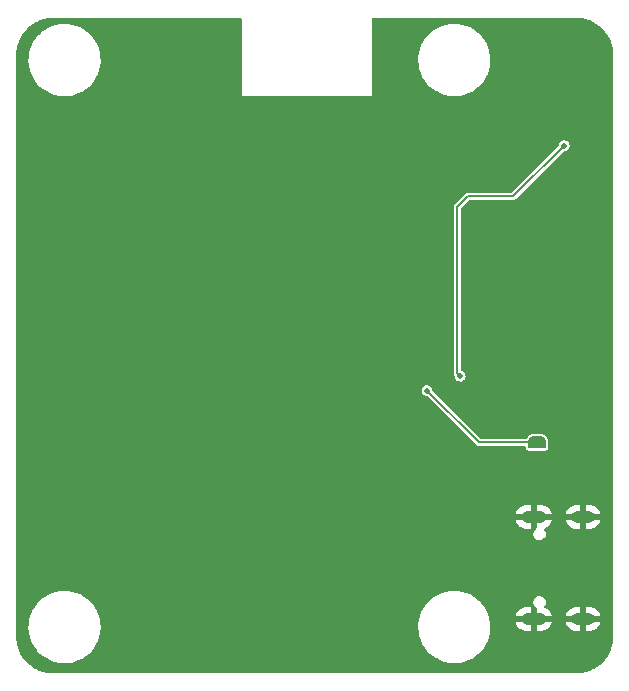
<source format=gbl>
%TF.GenerationSoftware,KiCad,Pcbnew,(5.99.0-10632-g8f3343b9e3)*%
%TF.CreationDate,2021-06-08T13:19:10-04:00*%
%TF.ProjectId,rpi-cm4-LiM-board,7270692d-636d-4342-9d4c-694d2d626f61,v01*%
%TF.SameCoordinates,Original*%
%TF.FileFunction,Copper,L2,Bot*%
%TF.FilePolarity,Positive*%
%FSLAX46Y46*%
G04 Gerber Fmt 4.6, Leading zero omitted, Abs format (unit mm)*
G04 Created by KiCad (PCBNEW (5.99.0-10632-g8f3343b9e3)) date 2021-06-08 13:19:10*
%MOMM*%
%LPD*%
G01*
G04 APERTURE LIST*
G04 Aperture macros list*
%AMFreePoly0*
4,1,22,0.500000,-0.750000,0.000000,-0.750000,0.000000,-0.745033,-0.079941,-0.743568,-0.215256,-0.701293,-0.333266,-0.622738,-0.424486,-0.514219,-0.481581,-0.384460,-0.499164,-0.250000,-0.500000,-0.250000,-0.500000,0.250000,-0.499164,0.250000,-0.499963,0.256109,-0.478152,0.396186,-0.417904,0.524511,-0.324060,0.630769,-0.204165,0.706417,-0.067858,0.745374,0.000000,0.744959,0.000000,0.750000,
0.500000,0.750000,0.500000,-0.750000,0.500000,-0.750000,$1*%
%AMFreePoly1*
4,1,20,0.000000,0.744959,0.073905,0.744508,0.209726,0.703889,0.328688,0.626782,0.421226,0.519385,0.479903,0.390333,0.500000,0.250000,0.500000,-0.250000,0.499851,-0.262216,0.476331,-0.402017,0.414519,-0.529596,0.319384,-0.634700,0.198574,-0.708877,0.061801,-0.746166,0.000000,-0.745033,0.000000,-0.750000,-0.500000,-0.750000,-0.500000,0.750000,0.000000,0.750000,0.000000,0.744959,
0.000000,0.744959,$1*%
G04 Aperture macros list end*
%TA.AperFunction,ComponentPad*%
%ADD10O,2.000000X1.000000*%
%TD*%
%TA.AperFunction,ComponentPad*%
%ADD11O,2.100000X1.050000*%
%TD*%
%TA.AperFunction,SMDPad,CuDef*%
%ADD12FreePoly0,270.000000*%
%TD*%
%TA.AperFunction,SMDPad,CuDef*%
%ADD13FreePoly1,270.000000*%
%TD*%
%TA.AperFunction,ViaPad*%
%ADD14C,0.508000*%
%TD*%
%TA.AperFunction,Conductor*%
%ADD15C,0.200000*%
%TD*%
G04 APERTURE END LIST*
D10*
%TO.P,J2,G1,GND*%
%TO.N,GND*%
X173900000Y-129320000D03*
%TO.P,J2,G2,GND*%
X173900000Y-120680000D03*
D11*
%TO.P,J2,G3,GND*%
X169720000Y-129320000D03*
%TO.P,J2,G4,GND*%
X169720000Y-120680000D03*
%TD*%
D12*
%TO.P,JP1,1,A*%
%TO.N,/CM4 GPIO/EEPROM_nWP*%
X170000000Y-114350000D03*
D13*
%TO.P,JP1,2,B*%
%TO.N,GND*%
X170000000Y-115650000D03*
%TD*%
D14*
%TO.N,GND*%
X155000000Y-130000000D03*
X171000000Y-103500000D03*
X127000000Y-92000000D03*
X171000000Y-80500000D03*
X144000000Y-82000000D03*
X145500000Y-86000000D03*
X128778000Y-88138000D03*
X157000000Y-82000000D03*
X131064000Y-125730000D03*
X171000000Y-101500000D03*
X139000000Y-82175000D03*
X144000000Y-84000000D03*
X155500000Y-86000000D03*
X133500000Y-92500000D03*
X144000000Y-80000000D03*
X133500000Y-97500000D03*
X157000000Y-84000000D03*
X147000000Y-130000000D03*
X129000000Y-116000000D03*
X138000000Y-130000000D03*
X153500000Y-86000000D03*
X175500000Y-90000000D03*
X157000000Y-80000000D03*
X131238000Y-123730000D03*
X147500000Y-86000000D03*
X151500000Y-86000000D03*
X163000000Y-121000000D03*
X167000000Y-92000000D03*
X149500000Y-86000000D03*
X169000000Y-110000000D03*
X174023750Y-96476250D03*
X127000000Y-101092000D03*
X171000000Y-99000000D03*
%TO.N,/CM4 GPIO/EEPROM_nWP*%
X160700000Y-110000000D03*
%TO.N,/CM4 GPIO/nLED_Activity*%
X172310000Y-89240000D03*
X163500000Y-108760000D03*
%TD*%
D15*
%TO.N,GND*%
X169000000Y-110000000D02*
X171000000Y-108000000D01*
X171000000Y-108000000D02*
X171000000Y-103500000D01*
%TO.N,/CM4 GPIO/EEPROM_nWP*%
X160700000Y-110000000D02*
X165050000Y-114350000D01*
X165050000Y-114350000D02*
X170000000Y-114350000D01*
%TO.N,/CM4 GPIO/nLED_Activity*%
X168010000Y-93540000D02*
X164200000Y-93540000D01*
X163270000Y-96840000D02*
X163270000Y-108530000D01*
X163270000Y-108530000D02*
X163500000Y-108760000D01*
X163270000Y-94470000D02*
X163270000Y-96840000D01*
X172310000Y-89240000D02*
X168010000Y-93540000D01*
X164200000Y-93540000D02*
X163270000Y-94470000D01*
%TD*%
%TA.AperFunction,Conductor*%
%TO.N,GND*%
G36*
X144959191Y-78433907D02*
G01*
X144995155Y-78483407D01*
X145000000Y-78514000D01*
X145000000Y-85000000D01*
X156000000Y-85000000D01*
X156000000Y-82106635D01*
X159946361Y-82106635D01*
X159978062Y-82451632D01*
X159978635Y-82454388D01*
X159978636Y-82454393D01*
X159984113Y-82480725D01*
X160048614Y-82790822D01*
X160049493Y-82793488D01*
X160049495Y-82793495D01*
X160057973Y-82819204D01*
X160157109Y-83119844D01*
X160302154Y-83434470D01*
X160481882Y-83730654D01*
X160693985Y-84004588D01*
X160935734Y-84252751D01*
X161204022Y-84471951D01*
X161206373Y-84473463D01*
X161206381Y-84473469D01*
X161493047Y-84657859D01*
X161493053Y-84657863D01*
X161495400Y-84659372D01*
X161806121Y-84812603D01*
X162132191Y-84929674D01*
X162134910Y-84930314D01*
X162134916Y-84930316D01*
X162315781Y-84972903D01*
X162469418Y-85009080D01*
X162472196Y-85009409D01*
X162472197Y-85009409D01*
X162570383Y-85021030D01*
X162813466Y-85049801D01*
X162962939Y-85050453D01*
X163157098Y-85051301D01*
X163157103Y-85051301D01*
X163159913Y-85051313D01*
X163176723Y-85049472D01*
X163501513Y-85013902D01*
X163501521Y-85013901D01*
X163504303Y-85013596D01*
X163507040Y-85012977D01*
X163507044Y-85012976D01*
X163839471Y-84937755D01*
X163839475Y-84937754D01*
X163842210Y-84937135D01*
X164169289Y-84822914D01*
X164171807Y-84821700D01*
X164171813Y-84821697D01*
X164478805Y-84673622D01*
X164478808Y-84673620D01*
X164481336Y-84672401D01*
X164774338Y-84487530D01*
X164776524Y-84485776D01*
X164776529Y-84485772D01*
X165042334Y-84272441D01*
X165042337Y-84272438D01*
X165044529Y-84270679D01*
X165060534Y-84254534D01*
X165286451Y-84026637D01*
X165286456Y-84026631D01*
X165288434Y-84024636D01*
X165304239Y-84004588D01*
X165501170Y-83754782D01*
X165501173Y-83754778D01*
X165502919Y-83752563D01*
X165685226Y-83457959D01*
X165833010Y-83144610D01*
X165944373Y-82816547D01*
X166017882Y-82477986D01*
X166052592Y-82133279D01*
X166053113Y-82109431D01*
X166055457Y-82001949D01*
X166055500Y-82000000D01*
X166041887Y-81760268D01*
X166036018Y-81656903D01*
X166036017Y-81656898D01*
X166035859Y-81654108D01*
X165977188Y-81312662D01*
X165910515Y-81083916D01*
X165881025Y-80982742D01*
X165881024Y-80982738D01*
X165880241Y-80980053D01*
X165879158Y-80977470D01*
X165747355Y-80663156D01*
X165747354Y-80663154D01*
X165746265Y-80660557D01*
X165576983Y-80358281D01*
X165388063Y-80095856D01*
X165376204Y-80079383D01*
X165376203Y-80079382D01*
X165374569Y-80077112D01*
X165141628Y-79820663D01*
X165033481Y-79725820D01*
X164883267Y-79594086D01*
X164883266Y-79594086D01*
X164881154Y-79592233D01*
X164596494Y-79394758D01*
X164291310Y-79230777D01*
X164288704Y-79229737D01*
X164288699Y-79229735D01*
X163972128Y-79103436D01*
X163969524Y-79102397D01*
X163966821Y-79101660D01*
X163637975Y-79012006D01*
X163637969Y-79012005D01*
X163635274Y-79011270D01*
X163632513Y-79010845D01*
X163632508Y-79010844D01*
X163295627Y-78958993D01*
X163295621Y-78958992D01*
X163292857Y-78958567D01*
X163290058Y-78958457D01*
X162949477Y-78945075D01*
X162949475Y-78945075D01*
X162946674Y-78944965D01*
X162902576Y-78948242D01*
X162603969Y-78970432D01*
X162603960Y-78970433D01*
X162601177Y-78970640D01*
X162260808Y-79035261D01*
X161929941Y-79137998D01*
X161612832Y-79277530D01*
X161610410Y-79278942D01*
X161610407Y-79278944D01*
X161414102Y-79393426D01*
X161313557Y-79452062D01*
X161035962Y-79659351D01*
X160965304Y-79725820D01*
X160813736Y-79868402D01*
X160783619Y-79896733D01*
X160781804Y-79898877D01*
X160781803Y-79898878D01*
X160570956Y-80147940D01*
X160559769Y-80161154D01*
X160367292Y-80449217D01*
X160366011Y-80451704D01*
X160366007Y-80451711D01*
X160209948Y-80754718D01*
X160209944Y-80754726D01*
X160208662Y-80757216D01*
X160207667Y-80759842D01*
X160207664Y-80759849D01*
X160099041Y-81046555D01*
X160085918Y-81081193D01*
X160000638Y-81416983D01*
X159953919Y-81760268D01*
X159946361Y-82106635D01*
X156000000Y-82106635D01*
X156000000Y-78514000D01*
X156018907Y-78455809D01*
X156068407Y-78419845D01*
X156099000Y-78415000D01*
X173255827Y-78415000D01*
X173274746Y-78417134D01*
X173277949Y-78418304D01*
X173287429Y-78419245D01*
X173289553Y-78419272D01*
X173289559Y-78419272D01*
X173369423Y-78420274D01*
X173461128Y-78421425D01*
X173465033Y-78421551D01*
X173544053Y-78425693D01*
X173549205Y-78426097D01*
X173623510Y-78433907D01*
X173801304Y-78452594D01*
X173806442Y-78453271D01*
X173867897Y-78463004D01*
X173872989Y-78463947D01*
X174120919Y-78516646D01*
X174125913Y-78517845D01*
X174186093Y-78533970D01*
X174191032Y-78535433D01*
X174432096Y-78613759D01*
X174436963Y-78615482D01*
X174495138Y-78637814D01*
X174499879Y-78639778D01*
X174652657Y-78707800D01*
X174731383Y-78742851D01*
X174736060Y-78745082D01*
X174791570Y-78773365D01*
X174796121Y-78775836D01*
X174844061Y-78803514D01*
X175015598Y-78902552D01*
X175020006Y-78905252D01*
X175072226Y-78939165D01*
X175076477Y-78942086D01*
X175281527Y-79091063D01*
X175285639Y-79094219D01*
X175334037Y-79133411D01*
X175337978Y-79136777D01*
X175526285Y-79306330D01*
X175530045Y-79309897D01*
X175574105Y-79353957D01*
X175577672Y-79357717D01*
X175747223Y-79546022D01*
X175750589Y-79549963D01*
X175789781Y-79598361D01*
X175792937Y-79602473D01*
X175941914Y-79807523D01*
X175944835Y-79811774D01*
X175951960Y-79822744D01*
X175978741Y-79863983D01*
X175981448Y-79868402D01*
X176108160Y-80087873D01*
X176110634Y-80092429D01*
X176138910Y-80147925D01*
X176141141Y-80152602D01*
X176244219Y-80384118D01*
X176246203Y-80388907D01*
X176268514Y-80447030D01*
X176270244Y-80451915D01*
X176348568Y-80692973D01*
X176350039Y-80697942D01*
X176366143Y-80758041D01*
X176367352Y-80763073D01*
X176420058Y-81011032D01*
X176420996Y-81016100D01*
X176430730Y-81077561D01*
X176431407Y-81082699D01*
X176457901Y-81334781D01*
X176458307Y-81339947D01*
X176462448Y-81418948D01*
X176462575Y-81422867D01*
X176464407Y-81568879D01*
X176465129Y-81572902D01*
X176467445Y-81585816D01*
X176469000Y-81603295D01*
X176469000Y-130705827D01*
X176466866Y-130724746D01*
X176465696Y-130727949D01*
X176464755Y-130737429D01*
X176464728Y-130739553D01*
X176464728Y-130739559D01*
X176462576Y-130911110D01*
X176462449Y-130915035D01*
X176462179Y-130920179D01*
X176458307Y-130994050D01*
X176457901Y-130999216D01*
X176431409Y-131251286D01*
X176430732Y-131256425D01*
X176420994Y-131317907D01*
X176420050Y-131323004D01*
X176367350Y-131570934D01*
X176366147Y-131575946D01*
X176350033Y-131636084D01*
X176348572Y-131641016D01*
X176270243Y-131882089D01*
X176268512Y-131886976D01*
X176246202Y-131945094D01*
X176244219Y-131949882D01*
X176141143Y-132181397D01*
X176138925Y-132186048D01*
X176110635Y-132241571D01*
X176108172Y-132246107D01*
X176104630Y-132252243D01*
X175981446Y-132465603D01*
X175978737Y-132470023D01*
X175944843Y-132522214D01*
X175941908Y-132526485D01*
X175792937Y-132731527D01*
X175789781Y-132735639D01*
X175750588Y-132784038D01*
X175747222Y-132787979D01*
X175577679Y-132976276D01*
X175574112Y-132980036D01*
X175530046Y-133024102D01*
X175526287Y-133027669D01*
X175501694Y-133049813D01*
X175337957Y-133197241D01*
X175334016Y-133200606D01*
X175285644Y-133239777D01*
X175281535Y-133242931D01*
X175076473Y-133391917D01*
X175072233Y-133394831D01*
X175023599Y-133426415D01*
X175020004Y-133428749D01*
X175015611Y-133431441D01*
X174796107Y-133558172D01*
X174791571Y-133560634D01*
X174736075Y-133588910D01*
X174731398Y-133591141D01*
X174499864Y-133694227D01*
X174495086Y-133696206D01*
X174436976Y-133718512D01*
X174432113Y-133720235D01*
X174191022Y-133798570D01*
X174186064Y-133800038D01*
X174125950Y-133816145D01*
X174120912Y-133817355D01*
X174102480Y-133821273D01*
X173872987Y-133870054D01*
X173867916Y-133870993D01*
X173806440Y-133880730D01*
X173801301Y-133881407D01*
X173549218Y-133907901D01*
X173544053Y-133908307D01*
X173504494Y-133910381D01*
X173465030Y-133912449D01*
X173461141Y-133912575D01*
X173315121Y-133914407D01*
X173311097Y-133915129D01*
X173311094Y-133915129D01*
X173297997Y-133917478D01*
X173280567Y-133919033D01*
X162579198Y-133924126D01*
X129119047Y-133924126D01*
X129100128Y-133921992D01*
X129096925Y-133920822D01*
X129087445Y-133919881D01*
X129085321Y-133919854D01*
X129085315Y-133919854D01*
X129001888Y-133918807D01*
X128913749Y-133917702D01*
X128909839Y-133917575D01*
X128882972Y-133916166D01*
X128830824Y-133913433D01*
X128825658Y-133913027D01*
X128573588Y-133886535D01*
X128568449Y-133885858D01*
X128506967Y-133876120D01*
X128501870Y-133875176D01*
X128253940Y-133822476D01*
X128248928Y-133821273D01*
X128188790Y-133805159D01*
X128183853Y-133803696D01*
X128169961Y-133799182D01*
X127942784Y-133725369D01*
X127937898Y-133723638D01*
X127879780Y-133701328D01*
X127874992Y-133699345D01*
X127741718Y-133640008D01*
X127643467Y-133596264D01*
X127638826Y-133594051D01*
X127583303Y-133565761D01*
X127578765Y-133563297D01*
X127555661Y-133549958D01*
X127359263Y-133436567D01*
X127354851Y-133433863D01*
X127351147Y-133431457D01*
X127330865Y-133418286D01*
X127302660Y-133399969D01*
X127298389Y-133397034D01*
X127093347Y-133248063D01*
X127089235Y-133244907D01*
X127040836Y-133205714D01*
X127036895Y-133202348D01*
X126848598Y-133032805D01*
X126844838Y-133029238D01*
X126800772Y-132985172D01*
X126797204Y-132981412D01*
X126744828Y-132923242D01*
X126627631Y-132793080D01*
X126624268Y-132789142D01*
X126585097Y-132740770D01*
X126581941Y-132736658D01*
X126578213Y-132731527D01*
X126432957Y-132531599D01*
X126430043Y-132527359D01*
X126396125Y-132475130D01*
X126393433Y-132470737D01*
X126266702Y-132251233D01*
X126264240Y-132246697D01*
X126235964Y-132191201D01*
X126233733Y-132186524D01*
X126130647Y-131954990D01*
X126128664Y-131950202D01*
X126128541Y-131949882D01*
X126106362Y-131892102D01*
X126104637Y-131887234D01*
X126083207Y-131821278D01*
X126026304Y-131646148D01*
X126024836Y-131641190D01*
X126008729Y-131581076D01*
X126007519Y-131576038D01*
X125976884Y-131431915D01*
X125954820Y-131328113D01*
X125953878Y-131323026D01*
X125953068Y-131317907D01*
X125944144Y-131261564D01*
X125943467Y-131256427D01*
X125916973Y-131004345D01*
X125916567Y-130999179D01*
X125912426Y-130920179D01*
X125912298Y-130916239D01*
X125911048Y-130816547D01*
X125910467Y-130770247D01*
X125907429Y-130753310D01*
X125905874Y-130735831D01*
X125905874Y-130106635D01*
X126946361Y-130106635D01*
X126978062Y-130451632D01*
X126978635Y-130454388D01*
X126978636Y-130454393D01*
X126984113Y-130480725D01*
X127048614Y-130790822D01*
X127049493Y-130793488D01*
X127049495Y-130793495D01*
X127057973Y-130819204D01*
X127157109Y-131119844D01*
X127253127Y-131328123D01*
X127277858Y-131381767D01*
X127302154Y-131434470D01*
X127303614Y-131436876D01*
X127430611Y-131646161D01*
X127481882Y-131730654D01*
X127544618Y-131811678D01*
X127651875Y-131950202D01*
X127693985Y-132004588D01*
X127935734Y-132252751D01*
X128204022Y-132471951D01*
X128206373Y-132473463D01*
X128206381Y-132473469D01*
X128493047Y-132657859D01*
X128493053Y-132657863D01*
X128495400Y-132659372D01*
X128806121Y-132812603D01*
X129132191Y-132929674D01*
X129134910Y-132930314D01*
X129134916Y-132930316D01*
X129303272Y-132969958D01*
X129469418Y-133009080D01*
X129472196Y-133009409D01*
X129472197Y-133009409D01*
X129570383Y-133021030D01*
X129813466Y-133049801D01*
X129962939Y-133050453D01*
X130157098Y-133051301D01*
X130157103Y-133051301D01*
X130159913Y-133051313D01*
X130176723Y-133049472D01*
X130501513Y-133013902D01*
X130501521Y-133013901D01*
X130504303Y-133013596D01*
X130507040Y-133012977D01*
X130507044Y-133012976D01*
X130839471Y-132937755D01*
X130839475Y-132937754D01*
X130842210Y-132937135D01*
X131169289Y-132822914D01*
X131171807Y-132821700D01*
X131171813Y-132821697D01*
X131478805Y-132673622D01*
X131478808Y-132673620D01*
X131481336Y-132672401D01*
X131774338Y-132487530D01*
X131776524Y-132485776D01*
X131776529Y-132485772D01*
X132042334Y-132272441D01*
X132042337Y-132272438D01*
X132044529Y-132270679D01*
X132060534Y-132254534D01*
X132286451Y-132026637D01*
X132286456Y-132026631D01*
X132288434Y-132024636D01*
X132304239Y-132004588D01*
X132501170Y-131754782D01*
X132501173Y-131754778D01*
X132502919Y-131752563D01*
X132685226Y-131457959D01*
X132833010Y-131144610D01*
X132944373Y-130816547D01*
X133017882Y-130477986D01*
X133020818Y-130448830D01*
X133052397Y-130135219D01*
X133052398Y-130135210D01*
X133052592Y-130133279D01*
X133053113Y-130109431D01*
X133053174Y-130106635D01*
X159946361Y-130106635D01*
X159978062Y-130451632D01*
X159978635Y-130454388D01*
X159978636Y-130454393D01*
X159984113Y-130480725D01*
X160048614Y-130790822D01*
X160049493Y-130793488D01*
X160049495Y-130793495D01*
X160057973Y-130819204D01*
X160157109Y-131119844D01*
X160253127Y-131328123D01*
X160277858Y-131381767D01*
X160302154Y-131434470D01*
X160303614Y-131436876D01*
X160430611Y-131646161D01*
X160481882Y-131730654D01*
X160544618Y-131811678D01*
X160651875Y-131950202D01*
X160693985Y-132004588D01*
X160935734Y-132252751D01*
X161204022Y-132471951D01*
X161206373Y-132473463D01*
X161206381Y-132473469D01*
X161493047Y-132657859D01*
X161493053Y-132657863D01*
X161495400Y-132659372D01*
X161806121Y-132812603D01*
X162132191Y-132929674D01*
X162134910Y-132930314D01*
X162134916Y-132930316D01*
X162303272Y-132969958D01*
X162469418Y-133009080D01*
X162472196Y-133009409D01*
X162472197Y-133009409D01*
X162570383Y-133021030D01*
X162813466Y-133049801D01*
X162962939Y-133050453D01*
X163157098Y-133051301D01*
X163157103Y-133051301D01*
X163159913Y-133051313D01*
X163176723Y-133049472D01*
X163501513Y-133013902D01*
X163501521Y-133013901D01*
X163504303Y-133013596D01*
X163507040Y-133012977D01*
X163507044Y-133012976D01*
X163839471Y-132937755D01*
X163839475Y-132937754D01*
X163842210Y-132937135D01*
X164169289Y-132822914D01*
X164171807Y-132821700D01*
X164171813Y-132821697D01*
X164478805Y-132673622D01*
X164478808Y-132673620D01*
X164481336Y-132672401D01*
X164774338Y-132487530D01*
X164776524Y-132485776D01*
X164776529Y-132485772D01*
X165042334Y-132272441D01*
X165042337Y-132272438D01*
X165044529Y-132270679D01*
X165060534Y-132254534D01*
X165286451Y-132026637D01*
X165286456Y-132026631D01*
X165288434Y-132024636D01*
X165304239Y-132004588D01*
X165501170Y-131754782D01*
X165501173Y-131754778D01*
X165502919Y-131752563D01*
X165685226Y-131457959D01*
X165833010Y-131144610D01*
X165944373Y-130816547D01*
X166017882Y-130477986D01*
X166020818Y-130448830D01*
X166052397Y-130135219D01*
X166052398Y-130135210D01*
X166052592Y-130133279D01*
X166053113Y-130109431D01*
X166054735Y-130035066D01*
X166055500Y-130000000D01*
X166049605Y-129896186D01*
X166036018Y-129656903D01*
X166036017Y-129656898D01*
X166035859Y-129654108D01*
X166024562Y-129588362D01*
X168197124Y-129588362D01*
X168231218Y-129704203D01*
X168234823Y-129713127D01*
X168324197Y-129884082D01*
X168329471Y-129892142D01*
X168450343Y-130042478D01*
X168457089Y-130049366D01*
X168604854Y-130173355D01*
X168612809Y-130178802D01*
X168781840Y-130271727D01*
X168790705Y-130275526D01*
X168974571Y-130333852D01*
X168984002Y-130335857D01*
X169134078Y-130352691D01*
X169139603Y-130353000D01*
X169450320Y-130353000D01*
X169463005Y-130348878D01*
X169466000Y-130344757D01*
X169466000Y-129589680D01*
X169463583Y-129582243D01*
X169974000Y-129582243D01*
X169974000Y-130337320D01*
X169978122Y-130350005D01*
X169982243Y-130353000D01*
X170293562Y-130353000D01*
X170298417Y-130352762D01*
X170441797Y-130338703D01*
X170451245Y-130336833D01*
X170635919Y-130281077D01*
X170644823Y-130277408D01*
X170815147Y-130186844D01*
X170823173Y-130181511D01*
X170972658Y-130059594D01*
X170979495Y-130052805D01*
X171102458Y-129904169D01*
X171107842Y-129896186D01*
X171199594Y-129726495D01*
X171203323Y-129717624D01*
X171243146Y-129588977D01*
X171243137Y-129588362D01*
X172428060Y-129588362D01*
X172459395Y-129694829D01*
X172463008Y-129703770D01*
X172550112Y-129870385D01*
X172555396Y-129878461D01*
X172673206Y-130024987D01*
X172679947Y-130031871D01*
X172823979Y-130152727D01*
X172831933Y-130158174D01*
X172996689Y-130248749D01*
X173005554Y-130252549D01*
X173184770Y-130309400D01*
X173194198Y-130311404D01*
X173339405Y-130327691D01*
X173344934Y-130328000D01*
X173630320Y-130328000D01*
X173643005Y-130323878D01*
X173646000Y-130319757D01*
X173646000Y-129589680D01*
X173643583Y-129582243D01*
X174154000Y-129582243D01*
X174154000Y-130312320D01*
X174158122Y-130325005D01*
X174162243Y-130328000D01*
X174448579Y-130328000D01*
X174453394Y-130327765D01*
X174591949Y-130314180D01*
X174601386Y-130312311D01*
X174781392Y-130257964D01*
X174790296Y-130254293D01*
X174956313Y-130166021D01*
X174964339Y-130160688D01*
X175110042Y-130041855D01*
X175116879Y-130035066D01*
X175236732Y-129890189D01*
X175242116Y-129882206D01*
X175331541Y-129716818D01*
X175335281Y-129707921D01*
X175372100Y-129588979D01*
X175371938Y-129577340D01*
X175361410Y-129574000D01*
X174169680Y-129574000D01*
X174156995Y-129578122D01*
X174154000Y-129582243D01*
X173643583Y-129582243D01*
X173641878Y-129576995D01*
X173637757Y-129574000D01*
X172439513Y-129574000D01*
X172428209Y-129577673D01*
X172428060Y-129588362D01*
X171243137Y-129588362D01*
X171242983Y-129577340D01*
X171232455Y-129574000D01*
X169989680Y-129574000D01*
X169976995Y-129578122D01*
X169974000Y-129582243D01*
X169463583Y-129582243D01*
X169461878Y-129576995D01*
X169457757Y-129574000D01*
X168208577Y-129574000D01*
X168197273Y-129577673D01*
X168197124Y-129588362D01*
X166024562Y-129588362D01*
X165977188Y-129312662D01*
X165910515Y-129083916D01*
X165900927Y-129051023D01*
X168196854Y-129051023D01*
X168197017Y-129062660D01*
X168207545Y-129066000D01*
X169450320Y-129066000D01*
X169463005Y-129061878D01*
X169466000Y-129057757D01*
X169466000Y-128302680D01*
X169461878Y-128289995D01*
X169457757Y-128287000D01*
X169146438Y-128287000D01*
X169141583Y-128287238D01*
X168998203Y-128301297D01*
X168988755Y-128303167D01*
X168804081Y-128358923D01*
X168795177Y-128362592D01*
X168624853Y-128453156D01*
X168616827Y-128458489D01*
X168467342Y-128580406D01*
X168460505Y-128587195D01*
X168337542Y-128735831D01*
X168332158Y-128743814D01*
X168240406Y-128913505D01*
X168236677Y-128922376D01*
X168196854Y-129051023D01*
X165900927Y-129051023D01*
X165881025Y-128982742D01*
X165881024Y-128982738D01*
X165880241Y-128980053D01*
X165865614Y-128945171D01*
X165747355Y-128663156D01*
X165747354Y-128663154D01*
X165746265Y-128660557D01*
X165707107Y-128590634D01*
X165578359Y-128360738D01*
X165576983Y-128358281D01*
X165575341Y-128356000D01*
X165376204Y-128079383D01*
X165376203Y-128079382D01*
X165374569Y-128077112D01*
X165265003Y-127956489D01*
X169693683Y-127956489D01*
X169730952Y-128095577D01*
X169734388Y-128101387D01*
X169777483Y-128174256D01*
X169804251Y-128219519D01*
X169809120Y-128224188D01*
X169809123Y-128224192D01*
X169871739Y-128284238D01*
X169908180Y-128319184D01*
X169921782Y-128326477D01*
X169964131Y-128370636D01*
X169974000Y-128413726D01*
X169974000Y-129050320D01*
X169978122Y-129063005D01*
X169982243Y-129066000D01*
X171231423Y-129066000D01*
X171242727Y-129062327D01*
X171242876Y-129051638D01*
X171242694Y-129051021D01*
X172427900Y-129051021D01*
X172428062Y-129062660D01*
X172438590Y-129066000D01*
X173630320Y-129066000D01*
X173643005Y-129061878D01*
X173646000Y-129057757D01*
X173646000Y-128327680D01*
X173643583Y-128320243D01*
X174154000Y-128320243D01*
X174154000Y-129050320D01*
X174158122Y-129063005D01*
X174162243Y-129066000D01*
X175360487Y-129066000D01*
X175371791Y-129062327D01*
X175371940Y-129051638D01*
X175340605Y-128945171D01*
X175336992Y-128936230D01*
X175249888Y-128769615D01*
X175244604Y-128761539D01*
X175126794Y-128615013D01*
X175120053Y-128608129D01*
X174976021Y-128487273D01*
X174968067Y-128481826D01*
X174803311Y-128391251D01*
X174794446Y-128387451D01*
X174615230Y-128330600D01*
X174605802Y-128328596D01*
X174460595Y-128312309D01*
X174455066Y-128312000D01*
X174169680Y-128312000D01*
X174156995Y-128316122D01*
X174154000Y-128320243D01*
X173643583Y-128320243D01*
X173641878Y-128314995D01*
X173637757Y-128312000D01*
X173351421Y-128312000D01*
X173346606Y-128312235D01*
X173208051Y-128325820D01*
X173198614Y-128327689D01*
X173018608Y-128382036D01*
X173009704Y-128385707D01*
X172843687Y-128473979D01*
X172835661Y-128479312D01*
X172689958Y-128598145D01*
X172683121Y-128604934D01*
X172563268Y-128749811D01*
X172557884Y-128757794D01*
X172468459Y-128923182D01*
X172464719Y-128932079D01*
X172427900Y-129051021D01*
X171242694Y-129051021D01*
X171208782Y-128935797D01*
X171205177Y-128926873D01*
X171115803Y-128755918D01*
X171110529Y-128747858D01*
X170989657Y-128597522D01*
X170982911Y-128590634D01*
X170835146Y-128466645D01*
X170827199Y-128461204D01*
X170658866Y-128368663D01*
X170616981Y-128324061D01*
X170609312Y-128263358D01*
X170630943Y-128218008D01*
X170641043Y-128206055D01*
X170667916Y-128174256D01*
X170727858Y-128043331D01*
X170750384Y-127901110D01*
X170750500Y-127890000D01*
X170730958Y-127747338D01*
X170728281Y-127741152D01*
X170728280Y-127741148D01*
X170676452Y-127621381D01*
X170676450Y-127621377D01*
X170673771Y-127615187D01*
X170583152Y-127503282D01*
X170465779Y-127419869D01*
X170330297Y-127371093D01*
X170306078Y-127369314D01*
X170193424Y-127361041D01*
X170193420Y-127361041D01*
X170186690Y-127360547D01*
X170180075Y-127361881D01*
X170180072Y-127361881D01*
X170052147Y-127387675D01*
X170045536Y-127389008D01*
X169917236Y-127454380D01*
X169811243Y-127551847D01*
X169807686Y-127557584D01*
X169807685Y-127557585D01*
X169745629Y-127657670D01*
X169735364Y-127674226D01*
X169733481Y-127680708D01*
X169712182Y-127754021D01*
X169695191Y-127812503D01*
X169695120Y-127819250D01*
X169695120Y-127819252D01*
X169694499Y-127878600D01*
X169693683Y-127956489D01*
X165265003Y-127956489D01*
X165141628Y-127820663D01*
X165132324Y-127812503D01*
X164883267Y-127594086D01*
X164883266Y-127594086D01*
X164881154Y-127592233D01*
X164657599Y-127437148D01*
X164598805Y-127396361D01*
X164598803Y-127396360D01*
X164596494Y-127394758D01*
X164291310Y-127230777D01*
X164288704Y-127229737D01*
X164288699Y-127229735D01*
X163972128Y-127103436D01*
X163969524Y-127102397D01*
X163966821Y-127101660D01*
X163637975Y-127012006D01*
X163637969Y-127012005D01*
X163635274Y-127011270D01*
X163632513Y-127010845D01*
X163632508Y-127010844D01*
X163295627Y-126958993D01*
X163295621Y-126958992D01*
X163292857Y-126958567D01*
X163290058Y-126958457D01*
X162949477Y-126945075D01*
X162949475Y-126945075D01*
X162946674Y-126944965D01*
X162902576Y-126948242D01*
X162603969Y-126970432D01*
X162603960Y-126970433D01*
X162601177Y-126970640D01*
X162260808Y-127035261D01*
X161929941Y-127137998D01*
X161612832Y-127277530D01*
X161313557Y-127452062D01*
X161035962Y-127659351D01*
X161033918Y-127661274D01*
X160794593Y-127886410D01*
X160783619Y-127896733D01*
X160781804Y-127898877D01*
X160781803Y-127898878D01*
X160628994Y-128079383D01*
X160559769Y-128161154D01*
X160491479Y-128263358D01*
X160387724Y-128418639D01*
X160367292Y-128449217D01*
X160366011Y-128451704D01*
X160366007Y-128451711D01*
X160209948Y-128754718D01*
X160209944Y-128754726D01*
X160208662Y-128757216D01*
X160207667Y-128759842D01*
X160207664Y-128759849D01*
X160091674Y-129066000D01*
X160085918Y-129081193D01*
X160000638Y-129416983D01*
X159953919Y-129760268D01*
X159953858Y-129763076D01*
X159947536Y-130052805D01*
X159946361Y-130106635D01*
X133053174Y-130106635D01*
X133054735Y-130035066D01*
X133055500Y-130000000D01*
X133049605Y-129896186D01*
X133036018Y-129656903D01*
X133036017Y-129656898D01*
X133035859Y-129654108D01*
X132977188Y-129312662D01*
X132910515Y-129083916D01*
X132881025Y-128982742D01*
X132881024Y-128982738D01*
X132880241Y-128980053D01*
X132865614Y-128945171D01*
X132747355Y-128663156D01*
X132747354Y-128663154D01*
X132746265Y-128660557D01*
X132707107Y-128590634D01*
X132578359Y-128360738D01*
X132576983Y-128358281D01*
X132575341Y-128356000D01*
X132376204Y-128079383D01*
X132376203Y-128079382D01*
X132374569Y-128077112D01*
X132141628Y-127820663D01*
X132132324Y-127812503D01*
X131883267Y-127594086D01*
X131883266Y-127594086D01*
X131881154Y-127592233D01*
X131657599Y-127437148D01*
X131598805Y-127396361D01*
X131598803Y-127396360D01*
X131596494Y-127394758D01*
X131291310Y-127230777D01*
X131288704Y-127229737D01*
X131288699Y-127229735D01*
X130972128Y-127103436D01*
X130969524Y-127102397D01*
X130966821Y-127101660D01*
X130637975Y-127012006D01*
X130637969Y-127012005D01*
X130635274Y-127011270D01*
X130632513Y-127010845D01*
X130632508Y-127010844D01*
X130295627Y-126958993D01*
X130295621Y-126958992D01*
X130292857Y-126958567D01*
X130290058Y-126958457D01*
X129949477Y-126945075D01*
X129949475Y-126945075D01*
X129946674Y-126944965D01*
X129902576Y-126948242D01*
X129603969Y-126970432D01*
X129603960Y-126970433D01*
X129601177Y-126970640D01*
X129260808Y-127035261D01*
X128929941Y-127137998D01*
X128612832Y-127277530D01*
X128313557Y-127452062D01*
X128035962Y-127659351D01*
X128033918Y-127661274D01*
X127794593Y-127886410D01*
X127783619Y-127896733D01*
X127781804Y-127898877D01*
X127781803Y-127898878D01*
X127628994Y-128079383D01*
X127559769Y-128161154D01*
X127491479Y-128263358D01*
X127387724Y-128418639D01*
X127367292Y-128449217D01*
X127366011Y-128451704D01*
X127366007Y-128451711D01*
X127209948Y-128754718D01*
X127209944Y-128754726D01*
X127208662Y-128757216D01*
X127207667Y-128759842D01*
X127207664Y-128759849D01*
X127091674Y-129066000D01*
X127085918Y-129081193D01*
X127000638Y-129416983D01*
X126953919Y-129760268D01*
X126953858Y-129763076D01*
X126947536Y-130052805D01*
X126946361Y-130106635D01*
X125905874Y-130106635D01*
X125905874Y-122176489D01*
X169693683Y-122176489D01*
X169730952Y-122315577D01*
X169734388Y-122321387D01*
X169777483Y-122394256D01*
X169804251Y-122439519D01*
X169809120Y-122444188D01*
X169809123Y-122444192D01*
X169866364Y-122499084D01*
X169908180Y-122539184D01*
X170035083Y-122607228D01*
X170041662Y-122608699D01*
X170041666Y-122608700D01*
X170169023Y-122637167D01*
X170169024Y-122637167D01*
X170175609Y-122638639D01*
X170182348Y-122638286D01*
X170182350Y-122638286D01*
X170229620Y-122635808D01*
X170319406Y-122631103D01*
X170385976Y-122608700D01*
X170449485Y-122587327D01*
X170449486Y-122587326D01*
X170455879Y-122585175D01*
X170574974Y-122504238D01*
X170579328Y-122499086D01*
X170579330Y-122499084D01*
X170634576Y-122433708D01*
X170667916Y-122394256D01*
X170727858Y-122263331D01*
X170750384Y-122121110D01*
X170750500Y-122110000D01*
X170730958Y-121967338D01*
X170728281Y-121961152D01*
X170728280Y-121961148D01*
X170676452Y-121841381D01*
X170676450Y-121841377D01*
X170673771Y-121835187D01*
X170628682Y-121779507D01*
X170606757Y-121722387D01*
X170622593Y-121663287D01*
X170659143Y-121629794D01*
X170815146Y-121546844D01*
X170823173Y-121541511D01*
X170972658Y-121419594D01*
X170979495Y-121412805D01*
X171102458Y-121264169D01*
X171107842Y-121256186D01*
X171199594Y-121086495D01*
X171203323Y-121077624D01*
X171243146Y-120948977D01*
X171243137Y-120948362D01*
X172428060Y-120948362D01*
X172459395Y-121054829D01*
X172463008Y-121063770D01*
X172550112Y-121230385D01*
X172555396Y-121238461D01*
X172673206Y-121384987D01*
X172679947Y-121391871D01*
X172823979Y-121512727D01*
X172831933Y-121518174D01*
X172996689Y-121608749D01*
X173005554Y-121612549D01*
X173184770Y-121669400D01*
X173194198Y-121671404D01*
X173339405Y-121687691D01*
X173344934Y-121688000D01*
X173630320Y-121688000D01*
X173643005Y-121683878D01*
X173646000Y-121679757D01*
X173646000Y-120949680D01*
X173643583Y-120942243D01*
X174154000Y-120942243D01*
X174154000Y-121672320D01*
X174158122Y-121685005D01*
X174162243Y-121688000D01*
X174448579Y-121688000D01*
X174453394Y-121687765D01*
X174591949Y-121674180D01*
X174601386Y-121672311D01*
X174781392Y-121617964D01*
X174790296Y-121614293D01*
X174956313Y-121526021D01*
X174964339Y-121520688D01*
X175110042Y-121401855D01*
X175116879Y-121395066D01*
X175236732Y-121250189D01*
X175242116Y-121242206D01*
X175331541Y-121076818D01*
X175335281Y-121067921D01*
X175372100Y-120948979D01*
X175371938Y-120937340D01*
X175361410Y-120934000D01*
X174169680Y-120934000D01*
X174156995Y-120938122D01*
X174154000Y-120942243D01*
X173643583Y-120942243D01*
X173641878Y-120936995D01*
X173637757Y-120934000D01*
X172439513Y-120934000D01*
X172428209Y-120937673D01*
X172428060Y-120948362D01*
X171243137Y-120948362D01*
X171242983Y-120937340D01*
X171232455Y-120934000D01*
X169989680Y-120934000D01*
X169976995Y-120938122D01*
X169974000Y-120942243D01*
X169974000Y-121584791D01*
X169955093Y-121642982D01*
X169927909Y-121666197D01*
X169928791Y-121667465D01*
X169923251Y-121671315D01*
X169917236Y-121674380D01*
X169912268Y-121678948D01*
X169912267Y-121678949D01*
X169893880Y-121695857D01*
X169811243Y-121771847D01*
X169807686Y-121777584D01*
X169807685Y-121777585D01*
X169738921Y-121888489D01*
X169735364Y-121894226D01*
X169733481Y-121900708D01*
X169712182Y-121974021D01*
X169695191Y-122032503D01*
X169693683Y-122176489D01*
X125905874Y-122176489D01*
X125905874Y-120948362D01*
X168197124Y-120948362D01*
X168231218Y-121064203D01*
X168234823Y-121073127D01*
X168324197Y-121244082D01*
X168329471Y-121252142D01*
X168450343Y-121402478D01*
X168457089Y-121409366D01*
X168604854Y-121533355D01*
X168612809Y-121538802D01*
X168781840Y-121631727D01*
X168790705Y-121635526D01*
X168974571Y-121693852D01*
X168984002Y-121695857D01*
X169134078Y-121712691D01*
X169139603Y-121713000D01*
X169450320Y-121713000D01*
X169463005Y-121708878D01*
X169466000Y-121704757D01*
X169466000Y-120949680D01*
X169461878Y-120936995D01*
X169457757Y-120934000D01*
X168208577Y-120934000D01*
X168197273Y-120937673D01*
X168197124Y-120948362D01*
X125905874Y-120948362D01*
X125905874Y-120411023D01*
X168196854Y-120411023D01*
X168197017Y-120422660D01*
X168207545Y-120426000D01*
X169450320Y-120426000D01*
X169463005Y-120421878D01*
X169466000Y-120417757D01*
X169466000Y-119662680D01*
X169463583Y-119655243D01*
X169974000Y-119655243D01*
X169974000Y-120410320D01*
X169978122Y-120423005D01*
X169982243Y-120426000D01*
X171231423Y-120426000D01*
X171242727Y-120422327D01*
X171242876Y-120411638D01*
X171242694Y-120411021D01*
X172427900Y-120411021D01*
X172428062Y-120422660D01*
X172438590Y-120426000D01*
X173630320Y-120426000D01*
X173643005Y-120421878D01*
X173646000Y-120417757D01*
X173646000Y-119687680D01*
X173643583Y-119680243D01*
X174154000Y-119680243D01*
X174154000Y-120410320D01*
X174158122Y-120423005D01*
X174162243Y-120426000D01*
X175360487Y-120426000D01*
X175371791Y-120422327D01*
X175371940Y-120411638D01*
X175340605Y-120305171D01*
X175336992Y-120296230D01*
X175249888Y-120129615D01*
X175244604Y-120121539D01*
X175126794Y-119975013D01*
X175120053Y-119968129D01*
X174976021Y-119847273D01*
X174968067Y-119841826D01*
X174803311Y-119751251D01*
X174794446Y-119747451D01*
X174615230Y-119690600D01*
X174605802Y-119688596D01*
X174460595Y-119672309D01*
X174455066Y-119672000D01*
X174169680Y-119672000D01*
X174156995Y-119676122D01*
X174154000Y-119680243D01*
X173643583Y-119680243D01*
X173641878Y-119674995D01*
X173637757Y-119672000D01*
X173351421Y-119672000D01*
X173346606Y-119672235D01*
X173208051Y-119685820D01*
X173198614Y-119687689D01*
X173018608Y-119742036D01*
X173009704Y-119745707D01*
X172843687Y-119833979D01*
X172835661Y-119839312D01*
X172689958Y-119958145D01*
X172683121Y-119964934D01*
X172563268Y-120109811D01*
X172557884Y-120117794D01*
X172468459Y-120283182D01*
X172464719Y-120292079D01*
X172427900Y-120411021D01*
X171242694Y-120411021D01*
X171208782Y-120295797D01*
X171205177Y-120286873D01*
X171115803Y-120115918D01*
X171110529Y-120107858D01*
X170989657Y-119957522D01*
X170982911Y-119950634D01*
X170835146Y-119826645D01*
X170827191Y-119821198D01*
X170658160Y-119728273D01*
X170649295Y-119724474D01*
X170465429Y-119666148D01*
X170455998Y-119664143D01*
X170305922Y-119647309D01*
X170300397Y-119647000D01*
X169989680Y-119647000D01*
X169976995Y-119651122D01*
X169974000Y-119655243D01*
X169463583Y-119655243D01*
X169461878Y-119649995D01*
X169457757Y-119647000D01*
X169146438Y-119647000D01*
X169141583Y-119647238D01*
X168998203Y-119661297D01*
X168988755Y-119663167D01*
X168804081Y-119718923D01*
X168795177Y-119722592D01*
X168624853Y-119813156D01*
X168616827Y-119818489D01*
X168467342Y-119940406D01*
X168460505Y-119947195D01*
X168337542Y-120095831D01*
X168332158Y-120103814D01*
X168240406Y-120273505D01*
X168236677Y-120282376D01*
X168196854Y-120411023D01*
X125905874Y-120411023D01*
X125905874Y-110064744D01*
X160245084Y-110064744D01*
X160284232Y-110195646D01*
X160360140Y-110309249D01*
X160466095Y-110395511D01*
X160592732Y-110446804D01*
X160600104Y-110447442D01*
X160600106Y-110447443D01*
X160698126Y-110455932D01*
X160754469Y-110479790D01*
X160759588Y-110484559D01*
X164800672Y-114525644D01*
X164802721Y-114528018D01*
X164804739Y-114532147D01*
X164811441Y-114538364D01*
X164837029Y-114562100D01*
X164839705Y-114564677D01*
X164856497Y-114581469D01*
X164860256Y-114584048D01*
X164862337Y-114585777D01*
X164866394Y-114589340D01*
X164880052Y-114602010D01*
X164880055Y-114602012D01*
X164886755Y-114608227D01*
X164897436Y-114612488D01*
X164916753Y-114622803D01*
X164926229Y-114629304D01*
X164952131Y-114635451D01*
X164965934Y-114639817D01*
X164990661Y-114649682D01*
X164999004Y-114650500D01*
X165003954Y-114650500D01*
X165025073Y-114652971D01*
X165026183Y-114653025D01*
X165035077Y-114655136D01*
X165056475Y-114652224D01*
X165062500Y-114651404D01*
X165075850Y-114650500D01*
X168945500Y-114650500D01*
X169003691Y-114669407D01*
X169039655Y-114718907D01*
X169044500Y-114749500D01*
X169044500Y-114850000D01*
X169060143Y-114928641D01*
X169104690Y-114995310D01*
X169171359Y-115039857D01*
X169180922Y-115041759D01*
X169180924Y-115041760D01*
X169206200Y-115046787D01*
X169250000Y-115055500D01*
X169683404Y-115055500D01*
X169699828Y-115056872D01*
X169700475Y-115056981D01*
X169703568Y-115057501D01*
X169719871Y-115058964D01*
X169733239Y-115060163D01*
X169733243Y-115060163D01*
X169735147Y-115060334D01*
X169743095Y-115060431D01*
X169745593Y-115060462D01*
X169745597Y-115060462D01*
X169747485Y-115060485D01*
X169749372Y-115060362D01*
X169749378Y-115060362D01*
X169777214Y-115058550D01*
X169777218Y-115058550D01*
X169779132Y-115058425D01*
X169781037Y-115058152D01*
X169781039Y-115058152D01*
X169792574Y-115056500D01*
X169806608Y-115055500D01*
X170183404Y-115055500D01*
X170199828Y-115056872D01*
X170200475Y-115056981D01*
X170203568Y-115057501D01*
X170219871Y-115058964D01*
X170233239Y-115060163D01*
X170233243Y-115060163D01*
X170235147Y-115060334D01*
X170243095Y-115060431D01*
X170245593Y-115060462D01*
X170245597Y-115060462D01*
X170247485Y-115060485D01*
X170249372Y-115060362D01*
X170249378Y-115060362D01*
X170277214Y-115058550D01*
X170277218Y-115058550D01*
X170279132Y-115058425D01*
X170281037Y-115058152D01*
X170281039Y-115058152D01*
X170292574Y-115056500D01*
X170306608Y-115055500D01*
X170750000Y-115055500D01*
X170793800Y-115046787D01*
X170819076Y-115041760D01*
X170819078Y-115041759D01*
X170828641Y-115039857D01*
X170895310Y-114995310D01*
X170939857Y-114928641D01*
X170955500Y-114850000D01*
X170955500Y-114350000D01*
X170955483Y-114349915D01*
X170955421Y-114348575D01*
X170955802Y-114286244D01*
X170955824Y-114282720D01*
X170947916Y-114224992D01*
X170908569Y-114087321D01*
X170884778Y-114034136D01*
X170808374Y-113913042D01*
X170770611Y-113868670D01*
X170663291Y-113773888D01*
X170660356Y-113771960D01*
X170660352Y-113771957D01*
X170617536Y-113743833D01*
X170614592Y-113741899D01*
X170554765Y-113713810D01*
X170488166Y-113682542D01*
X170488161Y-113682540D01*
X170484983Y-113681048D01*
X170446907Y-113669407D01*
X170432626Y-113665040D01*
X170432623Y-113665039D01*
X170429263Y-113664012D01*
X170425791Y-113663471D01*
X170425785Y-113663470D01*
X170291267Y-113642526D01*
X170291265Y-113642526D01*
X170287785Y-113641984D01*
X170284267Y-113641941D01*
X170284266Y-113641941D01*
X170258655Y-113641629D01*
X170229525Y-113641273D01*
X170226030Y-113641730D01*
X170211239Y-113643664D01*
X170198403Y-113644500D01*
X169811597Y-113644500D01*
X169796367Y-113643321D01*
X169793986Y-113642951D01*
X169787785Y-113641985D01*
X169729525Y-113641273D01*
X169587550Y-113659838D01*
X169584156Y-113660786D01*
X169584154Y-113660786D01*
X169534833Y-113674556D01*
X169534831Y-113674557D01*
X169531431Y-113675506D01*
X169528204Y-113676926D01*
X169528201Y-113676927D01*
X169515440Y-113682542D01*
X169400375Y-113733172D01*
X169397387Y-113735032D01*
X169353895Y-113762103D01*
X169353891Y-113762106D01*
X169350909Y-113763962D01*
X169241305Y-113856094D01*
X169238957Y-113858720D01*
X169204810Y-113896910D01*
X169204806Y-113896916D01*
X169202469Y-113899529D01*
X169132023Y-114005358D01*
X169084040Y-114043321D01*
X169049612Y-114049500D01*
X165215479Y-114049500D01*
X165157288Y-114030593D01*
X165145475Y-114020504D01*
X161187940Y-110062968D01*
X161160163Y-110008451D01*
X161159480Y-110002486D01*
X161159500Y-110000000D01*
X161147633Y-109921063D01*
X161140287Y-109872205D01*
X161139187Y-109864888D01*
X161104071Y-109791758D01*
X161083248Y-109748395D01*
X161083247Y-109748394D01*
X161080044Y-109741723D01*
X160987299Y-109641392D01*
X160869153Y-109572768D01*
X160736052Y-109541916D01*
X160657575Y-109547473D01*
X160607147Y-109551043D01*
X160607146Y-109551043D01*
X160599763Y-109551566D01*
X160472337Y-109600864D01*
X160466523Y-109605448D01*
X160466522Y-109605448D01*
X160370852Y-109680868D01*
X160370851Y-109680870D01*
X160365039Y-109685451D01*
X160287356Y-109797848D01*
X160246157Y-109928118D01*
X160245084Y-110064744D01*
X125905874Y-110064744D01*
X125905874Y-94455077D01*
X162964864Y-94455077D01*
X162966097Y-94464134D01*
X162968596Y-94482500D01*
X162969500Y-94495850D01*
X162969500Y-108477892D01*
X162969270Y-108481024D01*
X162967777Y-108485372D01*
X162968120Y-108494508D01*
X162969430Y-108529401D01*
X162969500Y-108533115D01*
X162969500Y-108556846D01*
X162970335Y-108561330D01*
X162970582Y-108564004D01*
X162970931Y-108569389D01*
X162971974Y-108597162D01*
X162975580Y-108605557D01*
X162975581Y-108605559D01*
X162976514Y-108607730D01*
X162982877Y-108628674D01*
X162984983Y-108639979D01*
X162989780Y-108647761D01*
X162989781Y-108647764D01*
X162998948Y-108662636D01*
X163005630Y-108675499D01*
X163016134Y-108699948D01*
X163020566Y-108705344D01*
X163020568Y-108705347D01*
X163021455Y-108706426D01*
X163021302Y-108706552D01*
X163024203Y-108711319D01*
X163023199Y-108711930D01*
X163044926Y-108760301D01*
X163045500Y-108771750D01*
X163045084Y-108824744D01*
X163084232Y-108955646D01*
X163160140Y-109069249D01*
X163266095Y-109155511D01*
X163392732Y-109206804D01*
X163400104Y-109207442D01*
X163400106Y-109207443D01*
X163454228Y-109212130D01*
X163528852Y-109218593D01*
X163536083Y-109217036D01*
X163536086Y-109217036D01*
X163655187Y-109191395D01*
X163655189Y-109191394D01*
X163662422Y-109189837D01*
X163781631Y-109123076D01*
X163786739Y-109117721D01*
X163786742Y-109117719D01*
X163838847Y-109063098D01*
X163875940Y-109024215D01*
X163907127Y-108961800D01*
X163933701Y-108908616D01*
X163933702Y-108908614D01*
X163937010Y-108901993D01*
X163959443Y-108767218D01*
X163959500Y-108760000D01*
X163939187Y-108624888D01*
X163935807Y-108617848D01*
X163883248Y-108508395D01*
X163883247Y-108508394D01*
X163880044Y-108501723D01*
X163871384Y-108492354D01*
X163792323Y-108406827D01*
X163787299Y-108401392D01*
X163669153Y-108332768D01*
X163647146Y-108327667D01*
X163594728Y-108296109D01*
X163570869Y-108239767D01*
X163570500Y-108231224D01*
X163570500Y-94635479D01*
X163589407Y-94577288D01*
X163599496Y-94565475D01*
X164295475Y-93869496D01*
X164349992Y-93841719D01*
X164365479Y-93840500D01*
X167957892Y-93840500D01*
X167961024Y-93840730D01*
X167965372Y-93842223D01*
X167974508Y-93841880D01*
X168009401Y-93840570D01*
X168013115Y-93840500D01*
X168036846Y-93840500D01*
X168041330Y-93839665D01*
X168044004Y-93839418D01*
X168049389Y-93839069D01*
X168068029Y-93838369D01*
X168068030Y-93838369D01*
X168077162Y-93838026D01*
X168085557Y-93834420D01*
X168085559Y-93834419D01*
X168087730Y-93833486D01*
X168108674Y-93827123D01*
X168110168Y-93826844D01*
X168110992Y-93826691D01*
X168110993Y-93826691D01*
X168119979Y-93825017D01*
X168127761Y-93820220D01*
X168127764Y-93820219D01*
X168142636Y-93811052D01*
X168155499Y-93804370D01*
X168179948Y-93793866D01*
X168186426Y-93788545D01*
X168189929Y-93785042D01*
X168206604Y-93771861D01*
X168207429Y-93771113D01*
X168215211Y-93766316D01*
X168231957Y-93744294D01*
X168240756Y-93734215D01*
X172248752Y-89726219D01*
X172303269Y-89698442D01*
X172327295Y-89697592D01*
X172338852Y-89698593D01*
X172346084Y-89697036D01*
X172346085Y-89697036D01*
X172465187Y-89671395D01*
X172465189Y-89671394D01*
X172472422Y-89669837D01*
X172591631Y-89603076D01*
X172596739Y-89597721D01*
X172596742Y-89597719D01*
X172641939Y-89550340D01*
X172685940Y-89504215D01*
X172747010Y-89381993D01*
X172769443Y-89247218D01*
X172769500Y-89240000D01*
X172757633Y-89161063D01*
X172750287Y-89112205D01*
X172749187Y-89104888D01*
X172714071Y-89031758D01*
X172693248Y-88988395D01*
X172693247Y-88988394D01*
X172690044Y-88981723D01*
X172597299Y-88881392D01*
X172479153Y-88812768D01*
X172346052Y-88781916D01*
X172267575Y-88787473D01*
X172217147Y-88791043D01*
X172217146Y-88791043D01*
X172209763Y-88791566D01*
X172082337Y-88840864D01*
X172076523Y-88845448D01*
X172076522Y-88845448D01*
X171980852Y-88920868D01*
X171980851Y-88920870D01*
X171975039Y-88925451D01*
X171897356Y-89037848D01*
X171856157Y-89168118D01*
X171856099Y-89175517D01*
X171855678Y-89229116D01*
X171836314Y-89287157D01*
X171826685Y-89298343D01*
X167914524Y-93210504D01*
X167860007Y-93238281D01*
X167844520Y-93239500D01*
X164252109Y-93239500D01*
X164248977Y-93239270D01*
X164244629Y-93237777D01*
X164231205Y-93238281D01*
X164200600Y-93239430D01*
X164196886Y-93239500D01*
X164173154Y-93239500D01*
X164168670Y-93240335D01*
X164165996Y-93240582D01*
X164160611Y-93240931D01*
X164141971Y-93241631D01*
X164141970Y-93241631D01*
X164132838Y-93241974D01*
X164124443Y-93245580D01*
X164124441Y-93245581D01*
X164122270Y-93246514D01*
X164101326Y-93252877D01*
X164099832Y-93253156D01*
X164099008Y-93253309D01*
X164099007Y-93253309D01*
X164090021Y-93254983D01*
X164082239Y-93259780D01*
X164082236Y-93259781D01*
X164067364Y-93268948D01*
X164054501Y-93275630D01*
X164030052Y-93286134D01*
X164023574Y-93291455D01*
X164020071Y-93294958D01*
X164003396Y-93308139D01*
X164002571Y-93308887D01*
X163994789Y-93313684D01*
X163989257Y-93320959D01*
X163989256Y-93320960D01*
X163978044Y-93335705D01*
X163969244Y-93345785D01*
X163094356Y-94220672D01*
X163091982Y-94222721D01*
X163087853Y-94224739D01*
X163081636Y-94231441D01*
X163057900Y-94257029D01*
X163055323Y-94259705D01*
X163038531Y-94276497D01*
X163035952Y-94280256D01*
X163034223Y-94282337D01*
X163030660Y-94286394D01*
X163017990Y-94300052D01*
X163017988Y-94300055D01*
X163011773Y-94306755D01*
X163007512Y-94317436D01*
X162997197Y-94336753D01*
X162990696Y-94346229D01*
X162984549Y-94372131D01*
X162980183Y-94385934D01*
X162970318Y-94410661D01*
X162969500Y-94419004D01*
X162969500Y-94423954D01*
X162967029Y-94445073D01*
X162966975Y-94446183D01*
X162964864Y-94455077D01*
X125905874Y-94455077D01*
X125905874Y-82106635D01*
X126946361Y-82106635D01*
X126978062Y-82451632D01*
X126978635Y-82454388D01*
X126978636Y-82454393D01*
X126984113Y-82480725D01*
X127048614Y-82790822D01*
X127049493Y-82793488D01*
X127049495Y-82793495D01*
X127057973Y-82819204D01*
X127157109Y-83119844D01*
X127302154Y-83434470D01*
X127481882Y-83730654D01*
X127693985Y-84004588D01*
X127935734Y-84252751D01*
X128204022Y-84471951D01*
X128206373Y-84473463D01*
X128206381Y-84473469D01*
X128493047Y-84657859D01*
X128493053Y-84657863D01*
X128495400Y-84659372D01*
X128806121Y-84812603D01*
X129132191Y-84929674D01*
X129134910Y-84930314D01*
X129134916Y-84930316D01*
X129315781Y-84972903D01*
X129469418Y-85009080D01*
X129472196Y-85009409D01*
X129472197Y-85009409D01*
X129570383Y-85021030D01*
X129813466Y-85049801D01*
X129962939Y-85050453D01*
X130157098Y-85051301D01*
X130157103Y-85051301D01*
X130159913Y-85051313D01*
X130176723Y-85049472D01*
X130501513Y-85013902D01*
X130501521Y-85013901D01*
X130504303Y-85013596D01*
X130507040Y-85012977D01*
X130507044Y-85012976D01*
X130839471Y-84937755D01*
X130839475Y-84937754D01*
X130842210Y-84937135D01*
X131169289Y-84822914D01*
X131171807Y-84821700D01*
X131171813Y-84821697D01*
X131478805Y-84673622D01*
X131478808Y-84673620D01*
X131481336Y-84672401D01*
X131774338Y-84487530D01*
X131776524Y-84485776D01*
X131776529Y-84485772D01*
X132042334Y-84272441D01*
X132042337Y-84272438D01*
X132044529Y-84270679D01*
X132060534Y-84254534D01*
X132286451Y-84026637D01*
X132286456Y-84026631D01*
X132288434Y-84024636D01*
X132304239Y-84004588D01*
X132501170Y-83754782D01*
X132501173Y-83754778D01*
X132502919Y-83752563D01*
X132685226Y-83457959D01*
X132833010Y-83144610D01*
X132944373Y-82816547D01*
X133017882Y-82477986D01*
X133052592Y-82133279D01*
X133053113Y-82109431D01*
X133055457Y-82001949D01*
X133055500Y-82000000D01*
X133041887Y-81760268D01*
X133036018Y-81656903D01*
X133036017Y-81656898D01*
X133035859Y-81654108D01*
X132977188Y-81312662D01*
X132910515Y-81083916D01*
X132881025Y-80982742D01*
X132881024Y-80982738D01*
X132880241Y-80980053D01*
X132879158Y-80977470D01*
X132747355Y-80663156D01*
X132747354Y-80663154D01*
X132746265Y-80660557D01*
X132576983Y-80358281D01*
X132388063Y-80095856D01*
X132376204Y-80079383D01*
X132376203Y-80079382D01*
X132374569Y-80077112D01*
X132141628Y-79820663D01*
X132033481Y-79725820D01*
X131883267Y-79594086D01*
X131883266Y-79594086D01*
X131881154Y-79592233D01*
X131596494Y-79394758D01*
X131291310Y-79230777D01*
X131288704Y-79229737D01*
X131288699Y-79229735D01*
X130972128Y-79103436D01*
X130969524Y-79102397D01*
X130966821Y-79101660D01*
X130637975Y-79012006D01*
X130637969Y-79012005D01*
X130635274Y-79011270D01*
X130632513Y-79010845D01*
X130632508Y-79010844D01*
X130295627Y-78958993D01*
X130295621Y-78958992D01*
X130292857Y-78958567D01*
X130290058Y-78958457D01*
X129949477Y-78945075D01*
X129949475Y-78945075D01*
X129946674Y-78944965D01*
X129902576Y-78948242D01*
X129603969Y-78970432D01*
X129603960Y-78970433D01*
X129601177Y-78970640D01*
X129260808Y-79035261D01*
X128929941Y-79137998D01*
X128612832Y-79277530D01*
X128610410Y-79278942D01*
X128610407Y-79278944D01*
X128414102Y-79393426D01*
X128313557Y-79452062D01*
X128035962Y-79659351D01*
X127965304Y-79725820D01*
X127813736Y-79868402D01*
X127783619Y-79896733D01*
X127781804Y-79898877D01*
X127781803Y-79898878D01*
X127570956Y-80147940D01*
X127559769Y-80161154D01*
X127367292Y-80449217D01*
X127366011Y-80451704D01*
X127366007Y-80451711D01*
X127209948Y-80754718D01*
X127209944Y-80754726D01*
X127208662Y-80757216D01*
X127207667Y-80759842D01*
X127207664Y-80759849D01*
X127099041Y-81046555D01*
X127085918Y-81081193D01*
X127000638Y-81416983D01*
X126953919Y-81760268D01*
X126946361Y-82106635D01*
X125905874Y-82106635D01*
X125905874Y-81628173D01*
X125908008Y-81609254D01*
X125909178Y-81606051D01*
X125910119Y-81596571D01*
X125910467Y-81568879D01*
X125912298Y-81422888D01*
X125912426Y-81418949D01*
X125916566Y-81339954D01*
X125916972Y-81334787D01*
X125919298Y-81312662D01*
X125924903Y-81259328D01*
X125943468Y-81082696D01*
X125944145Y-81077558D01*
X125953878Y-81016103D01*
X125954822Y-81011006D01*
X125982887Y-80878971D01*
X126007521Y-80763077D01*
X126008719Y-80758087D01*
X126024844Y-80697907D01*
X126026307Y-80692968D01*
X126104633Y-80451904D01*
X126106359Y-80447030D01*
X126128688Y-80388862D01*
X126130652Y-80384121D01*
X126219947Y-80183562D01*
X126233725Y-80152617D01*
X126235956Y-80147940D01*
X126264239Y-80092430D01*
X126266713Y-80087874D01*
X126272927Y-80077112D01*
X126294388Y-80039939D01*
X126393426Y-79868402D01*
X126396133Y-79863983D01*
X126422914Y-79822744D01*
X126430039Y-79811774D01*
X126432960Y-79807523D01*
X126581937Y-79602473D01*
X126585093Y-79598361D01*
X126624285Y-79549963D01*
X126627651Y-79546022D01*
X126797204Y-79357715D01*
X126800771Y-79353955D01*
X126844831Y-79309895D01*
X126848591Y-79306328D01*
X127036896Y-79136777D01*
X127040837Y-79133411D01*
X127089235Y-79094219D01*
X127093347Y-79091063D01*
X127298397Y-78942086D01*
X127302648Y-78939165D01*
X127354868Y-78905252D01*
X127359276Y-78902552D01*
X127578747Y-78775840D01*
X127583303Y-78773366D01*
X127638799Y-78745090D01*
X127643476Y-78742859D01*
X127874992Y-78639781D01*
X127879781Y-78637797D01*
X127937904Y-78615486D01*
X127942789Y-78613756D01*
X128183847Y-78535432D01*
X128188816Y-78533961D01*
X128248915Y-78517857D01*
X128253947Y-78516648D01*
X128501906Y-78463942D01*
X128506958Y-78463007D01*
X128556431Y-78455171D01*
X128568435Y-78453270D01*
X128573571Y-78452593D01*
X128603906Y-78449405D01*
X128825655Y-78426099D01*
X128830821Y-78425693D01*
X128871575Y-78423557D01*
X128909843Y-78421551D01*
X128913741Y-78421425D01*
X129059753Y-78419593D01*
X129076690Y-78416555D01*
X129094169Y-78415000D01*
X144901000Y-78415000D01*
X144959191Y-78433907D01*
G37*
%TD.AperFunction*%
%TD*%
M02*

</source>
